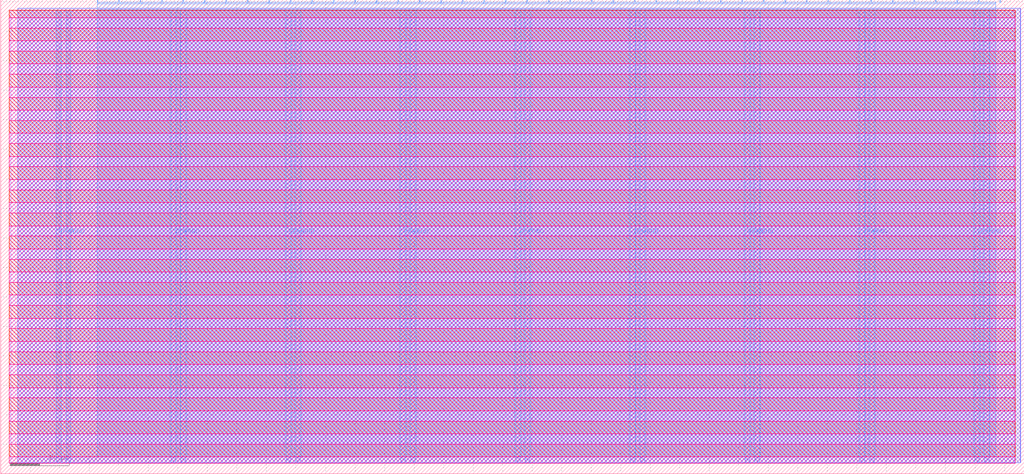
<source format=lef>
VERSION 5.7 ;
  NOWIREEXTENSIONATPIN ON ;
  DIVIDERCHAR "/" ;
  BUSBITCHARS "[]" ;
MACRO tt_um_wokwi_445338187869298689
  CLASS BLOCK ;
  FOREIGN tt_um_wokwi_445338187869298689 ;
  ORIGIN 0.000 0.000 ;
  SIZE 346.640 BY 160.720 ;
  PIN VGND
    DIRECTION INOUT ;
    USE GROUND ;
    PORT
      LAYER Metal4 ;
        RECT 22.180 3.620 23.780 157.100 ;
    END
    PORT
      LAYER Metal4 ;
        RECT 61.050 3.620 62.650 157.100 ;
    END
    PORT
      LAYER Metal4 ;
        RECT 99.920 3.620 101.520 157.100 ;
    END
    PORT
      LAYER Metal4 ;
        RECT 138.790 3.620 140.390 157.100 ;
    END
    PORT
      LAYER Metal4 ;
        RECT 177.660 3.620 179.260 157.100 ;
    END
    PORT
      LAYER Metal4 ;
        RECT 216.530 3.620 218.130 157.100 ;
    END
    PORT
      LAYER Metal4 ;
        RECT 255.400 3.620 257.000 157.100 ;
    END
    PORT
      LAYER Metal4 ;
        RECT 294.270 3.620 295.870 157.100 ;
    END
    PORT
      LAYER Metal4 ;
        RECT 333.140 3.620 334.740 157.100 ;
    END
  END VGND
  PIN VPWR
    DIRECTION INOUT ;
    USE POWER ;
    PORT
      LAYER Metal4 ;
        RECT 18.880 3.620 20.480 157.100 ;
    END
    PORT
      LAYER Metal4 ;
        RECT 57.750 3.620 59.350 157.100 ;
    END
    PORT
      LAYER Metal4 ;
        RECT 96.620 3.620 98.220 157.100 ;
    END
    PORT
      LAYER Metal4 ;
        RECT 135.490 3.620 137.090 157.100 ;
    END
    PORT
      LAYER Metal4 ;
        RECT 174.360 3.620 175.960 157.100 ;
    END
    PORT
      LAYER Metal4 ;
        RECT 213.230 3.620 214.830 157.100 ;
    END
    PORT
      LAYER Metal4 ;
        RECT 252.100 3.620 253.700 157.100 ;
    END
    PORT
      LAYER Metal4 ;
        RECT 290.970 3.620 292.570 157.100 ;
    END
    PORT
      LAYER Metal4 ;
        RECT 329.840 3.620 331.440 157.100 ;
    END
  END VPWR
  PIN clk
    DIRECTION INPUT ;
    USE SIGNAL ;
    ANTENNAGATEAREA 4.738000 ;
    PORT
      LAYER Metal4 ;
        RECT 331.090 159.720 331.390 160.720 ;
    END
  END clk
  PIN ena
    DIRECTION INPUT ;
    USE SIGNAL ;
    PORT
      LAYER Metal4 ;
        RECT 338.370 159.720 338.670 160.720 ;
    END
  END ena
  PIN rst_n
    DIRECTION INPUT ;
    USE SIGNAL ;
    ANTENNAGATEAREA 0.396000 ;
    PORT
      LAYER Metal4 ;
        RECT 323.810 159.720 324.110 160.720 ;
    END
  END rst_n
  PIN ui_in[0]
    DIRECTION INPUT ;
    USE SIGNAL ;
    ANTENNAGATEAREA 0.741000 ;
    PORT
      LAYER Metal4 ;
        RECT 316.530 159.720 316.830 160.720 ;
    END
  END ui_in[0]
  PIN ui_in[1]
    DIRECTION INPUT ;
    USE SIGNAL ;
    ANTENNAGATEAREA 0.741000 ;
    PORT
      LAYER Metal4 ;
        RECT 309.250 159.720 309.550 160.720 ;
    END
  END ui_in[1]
  PIN ui_in[2]
    DIRECTION INPUT ;
    USE SIGNAL ;
    ANTENNAGATEAREA 0.741000 ;
    PORT
      LAYER Metal4 ;
        RECT 301.970 159.720 302.270 160.720 ;
    END
  END ui_in[2]
  PIN ui_in[3]
    DIRECTION INPUT ;
    USE SIGNAL ;
    ANTENNAGATEAREA 0.498500 ;
    PORT
      LAYER Metal4 ;
        RECT 294.690 159.720 294.990 160.720 ;
    END
  END ui_in[3]
  PIN ui_in[4]
    DIRECTION INPUT ;
    USE SIGNAL ;
    ANTENNAGATEAREA 0.498500 ;
    PORT
      LAYER Metal4 ;
        RECT 287.410 159.720 287.710 160.720 ;
    END
  END ui_in[4]
  PIN ui_in[5]
    DIRECTION INPUT ;
    USE SIGNAL ;
    ANTENNAGATEAREA 0.498500 ;
    PORT
      LAYER Metal4 ;
        RECT 280.130 159.720 280.430 160.720 ;
    END
  END ui_in[5]
  PIN ui_in[6]
    DIRECTION INPUT ;
    USE SIGNAL ;
    ANTENNAGATEAREA 0.498500 ;
    PORT
      LAYER Metal4 ;
        RECT 272.850 159.720 273.150 160.720 ;
    END
  END ui_in[6]
  PIN ui_in[7]
    DIRECTION INPUT ;
    USE SIGNAL ;
    ANTENNAGATEAREA 0.498500 ;
    PORT
      LAYER Metal4 ;
        RECT 265.570 159.720 265.870 160.720 ;
    END
  END ui_in[7]
  PIN uio_in[0]
    DIRECTION INPUT ;
    USE SIGNAL ;
    ANTENNAGATEAREA 0.396000 ;
    PORT
      LAYER Metal4 ;
        RECT 258.290 159.720 258.590 160.720 ;
    END
  END uio_in[0]
  PIN uio_in[1]
    DIRECTION INPUT ;
    USE SIGNAL ;
    ANTENNAGATEAREA 0.396000 ;
    PORT
      LAYER Metal4 ;
        RECT 251.010 159.720 251.310 160.720 ;
    END
  END uio_in[1]
  PIN uio_in[2]
    DIRECTION INPUT ;
    USE SIGNAL ;
    ANTENNAGATEAREA 0.396000 ;
    PORT
      LAYER Metal4 ;
        RECT 243.730 159.720 244.030 160.720 ;
    END
  END uio_in[2]
  PIN uio_in[3]
    DIRECTION INPUT ;
    USE SIGNAL ;
    ANTENNAGATEAREA 1.102000 ;
    PORT
      LAYER Metal4 ;
        RECT 236.450 159.720 236.750 160.720 ;
    END
  END uio_in[3]
  PIN uio_in[4]
    DIRECTION INPUT ;
    USE SIGNAL ;
    PORT
      LAYER Metal4 ;
        RECT 229.170 159.720 229.470 160.720 ;
    END
  END uio_in[4]
  PIN uio_in[5]
    DIRECTION INPUT ;
    USE SIGNAL ;
    PORT
      LAYER Metal4 ;
        RECT 221.890 159.720 222.190 160.720 ;
    END
  END uio_in[5]
  PIN uio_in[6]
    DIRECTION INPUT ;
    USE SIGNAL ;
    PORT
      LAYER Metal4 ;
        RECT 214.610 159.720 214.910 160.720 ;
    END
  END uio_in[6]
  PIN uio_in[7]
    DIRECTION INPUT ;
    USE SIGNAL ;
    PORT
      LAYER Metal4 ;
        RECT 207.330 159.720 207.630 160.720 ;
    END
  END uio_in[7]
  PIN uio_oe[0]
    DIRECTION OUTPUT ;
    USE SIGNAL ;
    ANTENNADIFFAREA 0.360800 ;
    PORT
      LAYER Metal4 ;
        RECT 83.570 159.720 83.870 160.720 ;
    END
  END uio_oe[0]
  PIN uio_oe[1]
    DIRECTION OUTPUT ;
    USE SIGNAL ;
    ANTENNADIFFAREA 0.360800 ;
    PORT
      LAYER Metal4 ;
        RECT 76.290 159.720 76.590 160.720 ;
    END
  END uio_oe[1]
  PIN uio_oe[2]
    DIRECTION OUTPUT ;
    USE SIGNAL ;
    ANTENNADIFFAREA 0.360800 ;
    PORT
      LAYER Metal4 ;
        RECT 69.010 159.720 69.310 160.720 ;
    END
  END uio_oe[2]
  PIN uio_oe[3]
    DIRECTION OUTPUT ;
    USE SIGNAL ;
    ANTENNADIFFAREA 0.360800 ;
    PORT
      LAYER Metal4 ;
        RECT 61.730 159.720 62.030 160.720 ;
    END
  END uio_oe[3]
  PIN uio_oe[4]
    DIRECTION OUTPUT ;
    USE SIGNAL ;
    ANTENNADIFFAREA 0.536800 ;
    PORT
      LAYER Metal4 ;
        RECT 54.450 159.720 54.750 160.720 ;
    END
  END uio_oe[4]
  PIN uio_oe[5]
    DIRECTION OUTPUT ;
    USE SIGNAL ;
    ANTENNADIFFAREA 0.536800 ;
    PORT
      LAYER Metal4 ;
        RECT 47.170 159.720 47.470 160.720 ;
    END
  END uio_oe[5]
  PIN uio_oe[6]
    DIRECTION OUTPUT ;
    USE SIGNAL ;
    ANTENNADIFFAREA 0.536800 ;
    PORT
      LAYER Metal4 ;
        RECT 39.890 159.720 40.190 160.720 ;
    END
  END uio_oe[6]
  PIN uio_oe[7]
    DIRECTION OUTPUT ;
    USE SIGNAL ;
    ANTENNADIFFAREA 0.536800 ;
    PORT
      LAYER Metal4 ;
        RECT 32.610 159.720 32.910 160.720 ;
    END
  END uio_oe[7]
  PIN uio_out[0]
    DIRECTION OUTPUT ;
    USE SIGNAL ;
    ANTENNADIFFAREA 0.360800 ;
    PORT
      LAYER Metal4 ;
        RECT 141.810 159.720 142.110 160.720 ;
    END
  END uio_out[0]
  PIN uio_out[1]
    DIRECTION OUTPUT ;
    USE SIGNAL ;
    ANTENNADIFFAREA 0.360800 ;
    PORT
      LAYER Metal4 ;
        RECT 134.530 159.720 134.830 160.720 ;
    END
  END uio_out[1]
  PIN uio_out[2]
    DIRECTION OUTPUT ;
    USE SIGNAL ;
    ANTENNADIFFAREA 0.360800 ;
    PORT
      LAYER Metal4 ;
        RECT 127.250 159.720 127.550 160.720 ;
    END
  END uio_out[2]
  PIN uio_out[3]
    DIRECTION OUTPUT ;
    USE SIGNAL ;
    ANTENNADIFFAREA 0.360800 ;
    PORT
      LAYER Metal4 ;
        RECT 119.970 159.720 120.270 160.720 ;
    END
  END uio_out[3]
  PIN uio_out[4]
    DIRECTION OUTPUT ;
    USE SIGNAL ;
    ANTENNADIFFAREA 1.986000 ;
    PORT
      LAYER Metal4 ;
        RECT 112.690 159.720 112.990 160.720 ;
    END
  END uio_out[4]
  PIN uio_out[5]
    DIRECTION OUTPUT ;
    USE SIGNAL ;
    ANTENNADIFFAREA 1.986000 ;
    PORT
      LAYER Metal4 ;
        RECT 105.410 159.720 105.710 160.720 ;
    END
  END uio_out[5]
  PIN uio_out[6]
    DIRECTION OUTPUT ;
    USE SIGNAL ;
    ANTENNADIFFAREA 1.986000 ;
    PORT
      LAYER Metal4 ;
        RECT 98.130 159.720 98.430 160.720 ;
    END
  END uio_out[6]
  PIN uio_out[7]
    DIRECTION OUTPUT ;
    USE SIGNAL ;
    ANTENNADIFFAREA 1.986000 ;
    PORT
      LAYER Metal4 ;
        RECT 90.850 159.720 91.150 160.720 ;
    END
  END uio_out[7]
  PIN uo_out[0]
    DIRECTION OUTPUT ;
    USE SIGNAL ;
    ANTENNADIFFAREA 1.986000 ;
    PORT
      LAYER Metal4 ;
        RECT 200.050 159.720 200.350 160.720 ;
    END
  END uo_out[0]
  PIN uo_out[1]
    DIRECTION OUTPUT ;
    USE SIGNAL ;
    ANTENNADIFFAREA 1.986000 ;
    PORT
      LAYER Metal4 ;
        RECT 192.770 159.720 193.070 160.720 ;
    END
  END uo_out[1]
  PIN uo_out[2]
    DIRECTION OUTPUT ;
    USE SIGNAL ;
    ANTENNADIFFAREA 1.986000 ;
    PORT
      LAYER Metal4 ;
        RECT 185.490 159.720 185.790 160.720 ;
    END
  END uo_out[2]
  PIN uo_out[3]
    DIRECTION OUTPUT ;
    USE SIGNAL ;
    ANTENNADIFFAREA 1.986000 ;
    PORT
      LAYER Metal4 ;
        RECT 178.210 159.720 178.510 160.720 ;
    END
  END uo_out[3]
  PIN uo_out[4]
    DIRECTION OUTPUT ;
    USE SIGNAL ;
    ANTENNADIFFAREA 1.986000 ;
    PORT
      LAYER Metal4 ;
        RECT 170.930 159.720 171.230 160.720 ;
    END
  END uo_out[4]
  PIN uo_out[5]
    DIRECTION OUTPUT ;
    USE SIGNAL ;
    ANTENNADIFFAREA 1.986000 ;
    PORT
      LAYER Metal4 ;
        RECT 163.650 159.720 163.950 160.720 ;
    END
  END uo_out[5]
  PIN uo_out[6]
    DIRECTION OUTPUT ;
    USE SIGNAL ;
    ANTENNADIFFAREA 1.986000 ;
    PORT
      LAYER Metal4 ;
        RECT 156.370 159.720 156.670 160.720 ;
    END
  END uo_out[6]
  PIN uo_out[7]
    DIRECTION OUTPUT ;
    USE SIGNAL ;
    ANTENNADIFFAREA 1.986000 ;
    PORT
      LAYER Metal4 ;
        RECT 149.090 159.720 149.390 160.720 ;
    END
  END uo_out[7]
  OBS
      LAYER Nwell ;
        RECT 2.930 154.640 343.710 157.230 ;
      LAYER Pwell ;
        RECT 2.930 151.120 343.710 154.640 ;
      LAYER Nwell ;
        RECT 2.930 146.800 343.710 151.120 ;
      LAYER Pwell ;
        RECT 2.930 143.280 343.710 146.800 ;
      LAYER Nwell ;
        RECT 2.930 138.960 343.710 143.280 ;
      LAYER Pwell ;
        RECT 2.930 135.440 343.710 138.960 ;
      LAYER Nwell ;
        RECT 2.930 131.120 343.710 135.440 ;
      LAYER Pwell ;
        RECT 2.930 127.600 343.710 131.120 ;
      LAYER Nwell ;
        RECT 2.930 123.280 343.710 127.600 ;
      LAYER Pwell ;
        RECT 2.930 119.760 343.710 123.280 ;
      LAYER Nwell ;
        RECT 2.930 115.440 343.710 119.760 ;
      LAYER Pwell ;
        RECT 2.930 111.920 343.710 115.440 ;
      LAYER Nwell ;
        RECT 2.930 107.600 343.710 111.920 ;
      LAYER Pwell ;
        RECT 2.930 104.080 343.710 107.600 ;
      LAYER Nwell ;
        RECT 2.930 99.760 343.710 104.080 ;
      LAYER Pwell ;
        RECT 2.930 96.240 343.710 99.760 ;
      LAYER Nwell ;
        RECT 2.930 91.920 343.710 96.240 ;
      LAYER Pwell ;
        RECT 2.930 88.400 343.710 91.920 ;
      LAYER Nwell ;
        RECT 2.930 84.080 343.710 88.400 ;
      LAYER Pwell ;
        RECT 2.930 80.560 343.710 84.080 ;
      LAYER Nwell ;
        RECT 2.930 76.240 343.710 80.560 ;
      LAYER Pwell ;
        RECT 2.930 72.720 343.710 76.240 ;
      LAYER Nwell ;
        RECT 2.930 68.400 343.710 72.720 ;
      LAYER Pwell ;
        RECT 2.930 64.880 343.710 68.400 ;
      LAYER Nwell ;
        RECT 2.930 60.560 343.710 64.880 ;
      LAYER Pwell ;
        RECT 2.930 57.040 343.710 60.560 ;
      LAYER Nwell ;
        RECT 2.930 52.720 343.710 57.040 ;
      LAYER Pwell ;
        RECT 2.930 49.200 343.710 52.720 ;
      LAYER Nwell ;
        RECT 2.930 44.880 343.710 49.200 ;
      LAYER Pwell ;
        RECT 2.930 41.360 343.710 44.880 ;
      LAYER Nwell ;
        RECT 2.930 37.040 343.710 41.360 ;
      LAYER Pwell ;
        RECT 2.930 33.520 343.710 37.040 ;
      LAYER Nwell ;
        RECT 2.930 29.200 343.710 33.520 ;
      LAYER Pwell ;
        RECT 2.930 25.680 343.710 29.200 ;
      LAYER Nwell ;
        RECT 2.930 21.360 343.710 25.680 ;
      LAYER Pwell ;
        RECT 2.930 17.840 343.710 21.360 ;
      LAYER Nwell ;
        RECT 2.930 13.520 343.710 17.840 ;
      LAYER Pwell ;
        RECT 2.930 10.000 343.710 13.520 ;
      LAYER Nwell ;
        RECT 2.930 5.680 343.710 10.000 ;
      LAYER Pwell ;
        RECT 2.930 3.490 343.710 5.680 ;
      LAYER Metal1 ;
        RECT 3.360 3.620 343.280 157.100 ;
      LAYER Metal2 ;
        RECT 5.740 3.730 345.380 157.830 ;
      LAYER Metal3 ;
        RECT 5.690 3.780 345.430 157.780 ;
      LAYER Metal4 ;
        RECT 33.210 159.420 39.590 159.890 ;
        RECT 40.490 159.420 46.870 159.890 ;
        RECT 47.770 159.420 54.150 159.890 ;
        RECT 55.050 159.420 61.430 159.890 ;
        RECT 62.330 159.420 68.710 159.890 ;
        RECT 69.610 159.420 75.990 159.890 ;
        RECT 76.890 159.420 83.270 159.890 ;
        RECT 84.170 159.420 90.550 159.890 ;
        RECT 91.450 159.420 97.830 159.890 ;
        RECT 98.730 159.420 105.110 159.890 ;
        RECT 106.010 159.420 112.390 159.890 ;
        RECT 113.290 159.420 119.670 159.890 ;
        RECT 120.570 159.420 126.950 159.890 ;
        RECT 127.850 159.420 134.230 159.890 ;
        RECT 135.130 159.420 141.510 159.890 ;
        RECT 142.410 159.420 148.790 159.890 ;
        RECT 149.690 159.420 156.070 159.890 ;
        RECT 156.970 159.420 163.350 159.890 ;
        RECT 164.250 159.420 170.630 159.890 ;
        RECT 171.530 159.420 177.910 159.890 ;
        RECT 178.810 159.420 185.190 159.890 ;
        RECT 186.090 159.420 192.470 159.890 ;
        RECT 193.370 159.420 199.750 159.890 ;
        RECT 200.650 159.420 207.030 159.890 ;
        RECT 207.930 159.420 214.310 159.890 ;
        RECT 215.210 159.420 221.590 159.890 ;
        RECT 222.490 159.420 228.870 159.890 ;
        RECT 229.770 159.420 236.150 159.890 ;
        RECT 237.050 159.420 243.430 159.890 ;
        RECT 244.330 159.420 250.710 159.890 ;
        RECT 251.610 159.420 257.990 159.890 ;
        RECT 258.890 159.420 265.270 159.890 ;
        RECT 266.170 159.420 272.550 159.890 ;
        RECT 273.450 159.420 279.830 159.890 ;
        RECT 280.730 159.420 287.110 159.890 ;
        RECT 288.010 159.420 294.390 159.890 ;
        RECT 295.290 159.420 301.670 159.890 ;
        RECT 302.570 159.420 308.950 159.890 ;
        RECT 309.850 159.420 316.230 159.890 ;
        RECT 317.130 159.420 323.510 159.890 ;
        RECT 324.410 159.420 330.790 159.890 ;
        RECT 331.690 159.420 336.980 159.890 ;
        RECT 32.620 157.400 336.980 159.420 ;
        RECT 32.620 5.690 57.450 157.400 ;
        RECT 59.650 5.690 60.750 157.400 ;
        RECT 62.950 5.690 96.320 157.400 ;
        RECT 98.520 5.690 99.620 157.400 ;
        RECT 101.820 5.690 135.190 157.400 ;
        RECT 137.390 5.690 138.490 157.400 ;
        RECT 140.690 5.690 174.060 157.400 ;
        RECT 176.260 5.690 177.360 157.400 ;
        RECT 179.560 5.690 212.930 157.400 ;
        RECT 215.130 5.690 216.230 157.400 ;
        RECT 218.430 5.690 251.800 157.400 ;
        RECT 254.000 5.690 255.100 157.400 ;
        RECT 257.300 5.690 290.670 157.400 ;
        RECT 292.870 5.690 293.970 157.400 ;
        RECT 296.170 5.690 329.540 157.400 ;
        RECT 331.740 5.690 332.840 157.400 ;
        RECT 335.040 5.690 336.980 157.400 ;
  END
END tt_um_wokwi_445338187869298689
END LIBRARY


</source>
